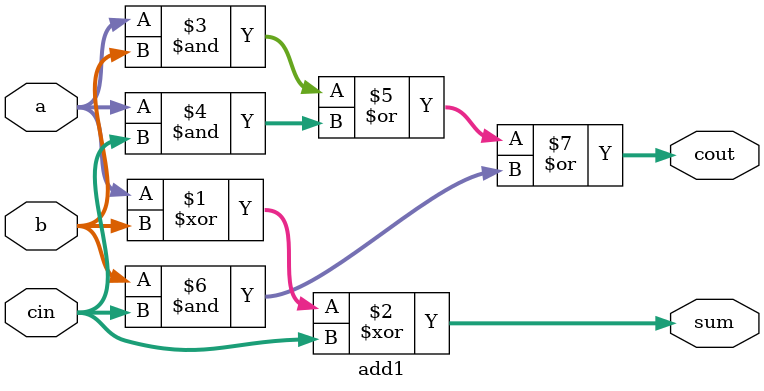
<source format=v>
module top_module (
    input [31:0] a,
    input [31:0] b,
    output [31:0] sum);
    
    wire [1:0] con1;
    
    add16 adder_1(.a(a[15:0]), .b(b[15:0]), .cin(1'b0), .sum(sum[15:0]), .cout(con1));    // stores .sum (the output from the module) into the variable sum[15:0]                       
    add16 adder_2(.a(a[31:16]), .b(b[31:16]), .cin(con1), .sum(sum[31:16]), .cout(1'b0)); //'disregard cout'    
endmodule

// 16 bit module provided

module add1 (input [1:0] a, 
             input [1:0] b, 
             input [1:0] cin, 
             output [1:0] sum, 
             output [1:0] cout);
    
    assign sum = a^b^cin;
    assign cout = (a&b)|(a&cin)|(b&cin);    
endmodule


</source>
